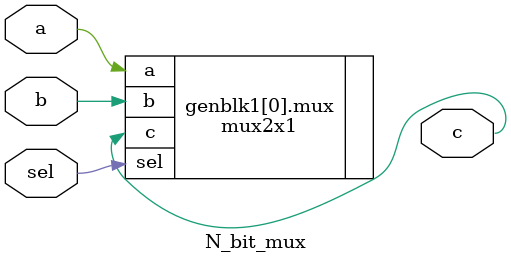
<source format=v>
`timescale 1ns / 1ps


module N_bit_mux #(parameter n = 1)(input [n-1:0] a, input [n-1:0] b, input sel, output [n-1:0] c);
genvar i;
    generate
        for (i=0;i<n;i=i+1) begin
            mux2x1 mux(.a(a[i]),.b(b[i]),.sel(sel),.c(c[i]));
        end
    endgenerate
endmodule

</source>
